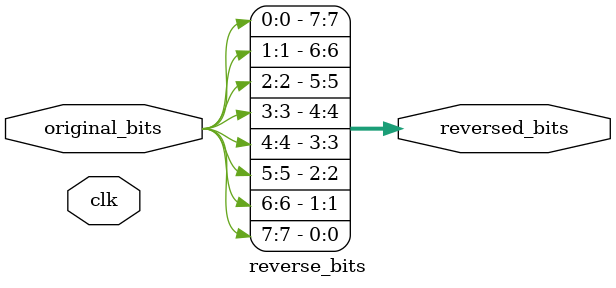
<source format=v>
module reverse_bits(clk, original_bits, reversed_bits);
    
    input clk;
    input [7:0] original_bits;

    output [7:0] reversed_bits;
    reg [7:0] reversed_bits;

    always @*
    begin
        reversed_bits[0] <= original_bits[7];
        reversed_bits[1] <= original_bits[6];
        reversed_bits[2] <= original_bits[5];
        reversed_bits[3] <= original_bits[4];
        reversed_bits[4] <= original_bits[3];
        reversed_bits[5] <= original_bits[2];
        reversed_bits[6] <= original_bits[1];
        reversed_bits[7] <= original_bits[0];
    end
endmodule


</source>
